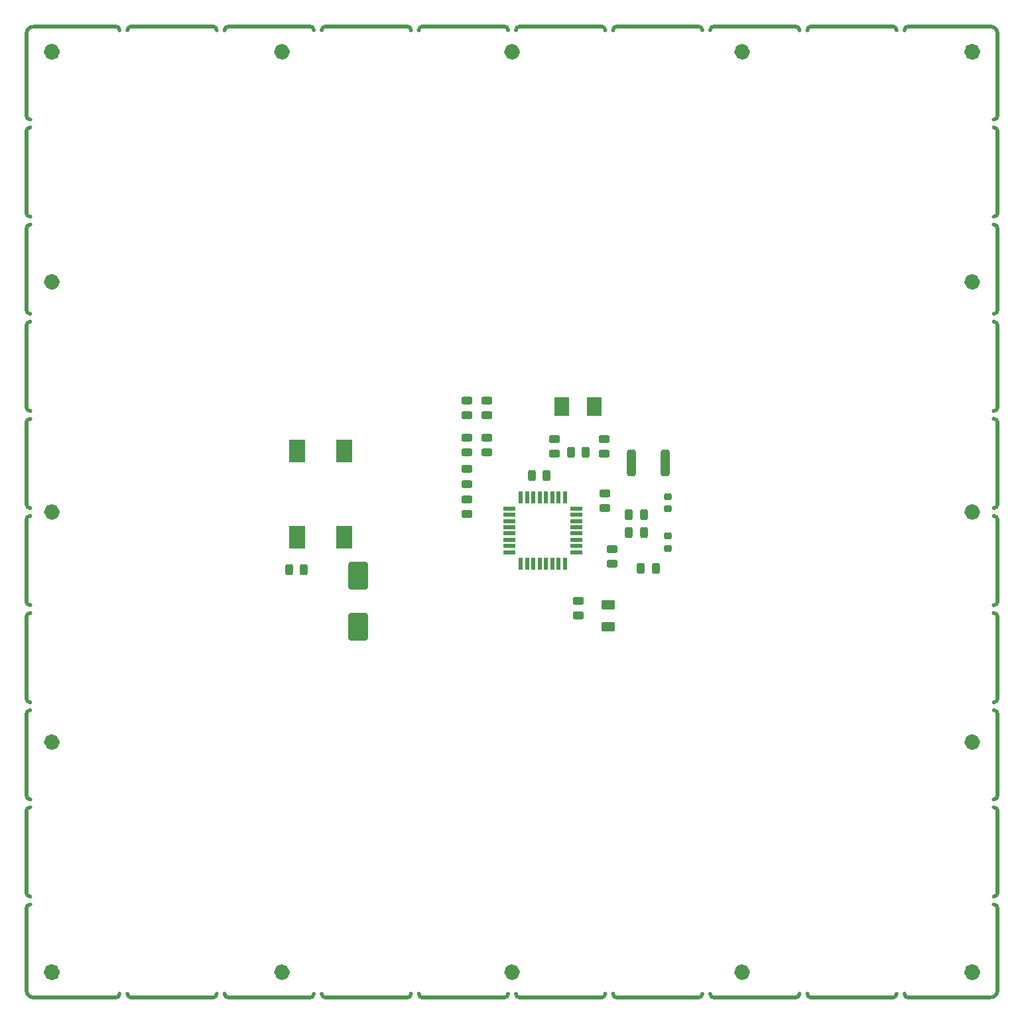
<source format=gtp>
G04 #@! TF.GenerationSoftware,KiCad,Pcbnew,6.0.11+dfsg-1~bpo11+1*
G04 #@! TF.CreationDate,2023-06-13T14:16:55+00:00*
G04 #@! TF.ProjectId,stencil,7374656e-6369-46c2-9e6b-696361645f70,${git_hash}*
G04 #@! TF.SameCoordinates,Original*
G04 #@! TF.FileFunction,Paste,Top*
G04 #@! TF.FilePolarity,Positive*
%FSLAX46Y46*%
G04 Gerber Fmt 4.6, Leading zero omitted, Abs format (unit mm)*
G04 Created by KiCad (PCBNEW 6.0.11+dfsg-1~bpo11+1) date 2023-06-13 14:16:55*
%MOMM*%
%LPD*%
G01*
G04 APERTURE LIST*
G04 Aperture macros list*
%AMRoundRect*
0 Rectangle with rounded corners*
0 $1 Rounding radius*
0 $2 $3 $4 $5 $6 $7 $8 $9 X,Y pos of 4 corners*
0 Add a 4 corners polygon primitive as box body*
4,1,4,$2,$3,$4,$5,$6,$7,$8,$9,$2,$3,0*
0 Add four circle primitives for the rounded corners*
1,1,$1+$1,$2,$3*
1,1,$1+$1,$4,$5*
1,1,$1+$1,$6,$7*
1,1,$1+$1,$8,$9*
0 Add four rect primitives between the rounded corners*
20,1,$1+$1,$2,$3,$4,$5,0*
20,1,$1+$1,$4,$5,$6,$7,0*
20,1,$1+$1,$6,$7,$8,$9,0*
20,1,$1+$1,$8,$9,$2,$3,0*%
G04 Aperture macros list end*
%ADD10C,1.000000*%
%ADD11C,0.500000*%
%ADD12C,1.050000*%
%ADD13RoundRect,0.250000X-1.000000X1.500000X-1.000000X-1.500000X1.000000X-1.500000X1.000000X1.500000X0*%
%ADD14RoundRect,0.243750X-0.243750X-0.456250X0.243750X-0.456250X0.243750X0.456250X-0.243750X0.456250X0*%
%ADD15RoundRect,0.243750X-0.456250X0.243750X-0.456250X-0.243750X0.456250X-0.243750X0.456250X0.243750X0*%
%ADD16RoundRect,0.243750X0.456250X-0.243750X0.456250X0.243750X-0.456250X0.243750X-0.456250X-0.243750X0*%
%ADD17RoundRect,0.250000X0.625000X-0.375000X0.625000X0.375000X-0.625000X0.375000X-0.625000X-0.375000X0*%
%ADD18RoundRect,0.250000X-0.312500X-1.450000X0.312500X-1.450000X0.312500X1.450000X-0.312500X1.450000X0*%
%ADD19RoundRect,0.243750X0.243750X0.456250X-0.243750X0.456250X-0.243750X-0.456250X0.243750X-0.456250X0*%
%ADD20R,2.000000X3.000000*%
%ADD21RoundRect,0.218750X-0.256250X0.218750X-0.256250X-0.218750X0.256250X-0.218750X0.256250X0.218750X0*%
%ADD22R,1.900000X2.400000*%
%ADD23R,0.550000X1.600000*%
%ADD24R,1.600000X0.550000*%
%ADD25RoundRect,0.218750X0.256250X-0.218750X0.256250X0.218750X-0.256250X0.218750X-0.256250X-0.218750X0*%
G04 APERTURE END LIST*
D10*
X180375000Y-142250000D02*
G75*
G03*
X180375000Y-142250000I-500000J0D01*
G01*
D11*
X88500000Y-134100000D02*
X88500000Y-144500000D01*
X88500000Y-107300000D02*
G75*
G03*
X89000000Y-107800000I500000J0D01*
G01*
X114300000Y-21500000D02*
G75*
G03*
X113800000Y-22000000I0J-500000D01*
G01*
X101900000Y-145500000D02*
X112300000Y-145500000D01*
X199600000Y-22000000D02*
G75*
G03*
X199100000Y-21500000I-500000J0D01*
G01*
X212500000Y-59700000D02*
X212500000Y-70100000D01*
X200600000Y-145000000D02*
G75*
G03*
X201100000Y-145500000I500000J0D01*
G01*
X88500000Y-82500000D02*
G75*
G03*
X89000000Y-83000000I500000J0D01*
G01*
D10*
X121625000Y-24750000D02*
G75*
G03*
X121625000Y-24750000I-500000J0D01*
G01*
D11*
X139100000Y-21500000D02*
G75*
G03*
X138600000Y-22000000I0J-500000D01*
G01*
D10*
X209750000Y-83500000D02*
G75*
G03*
X209750000Y-83500000I-500000J0D01*
G01*
X151000000Y-24750000D02*
G75*
G03*
X151000000Y-24750000I-500000J0D01*
G01*
D11*
X212000000Y-95400000D02*
G75*
G03*
X212500000Y-94900000I0J500000D01*
G01*
X212500000Y-134100000D02*
X212500000Y-144500000D01*
X187200000Y-22000000D02*
G75*
G03*
X186700000Y-21500000I-500000J0D01*
G01*
X88500000Y-22500000D02*
X88500000Y-32900000D01*
D10*
X209750000Y-54125000D02*
G75*
G03*
X209750000Y-54125000I-500000J0D01*
G01*
D11*
X88500000Y-72100000D02*
X88500000Y-82500000D01*
D12*
X92275000Y-24750000D02*
G75*
G03*
X92275000Y-24750000I-525000J0D01*
G01*
D11*
X88500000Y-94900000D02*
G75*
G03*
X89000000Y-95400000I500000J0D01*
G01*
X176300000Y-21500000D02*
G75*
G03*
X175800000Y-22000000I0J-500000D01*
G01*
X161900000Y-145500000D02*
G75*
G03*
X162400000Y-145000000I0J500000D01*
G01*
X88500000Y-32900000D02*
G75*
G03*
X89000000Y-33400000I500000J0D01*
G01*
X112800000Y-22000000D02*
G75*
G03*
X112300000Y-21500000I-500000J0D01*
G01*
X212500000Y-84500000D02*
G75*
G03*
X212000000Y-84000000I-500000J0D01*
G01*
X162400000Y-22000000D02*
G75*
G03*
X161900000Y-21500000I-500000J0D01*
G01*
X100400000Y-22000000D02*
G75*
G03*
X99900000Y-21500000I-500000J0D01*
G01*
D10*
X92250000Y-54125000D02*
G75*
G03*
X92250000Y-54125000I-500000J0D01*
G01*
D11*
X89500000Y-145500000D02*
X99900000Y-145500000D01*
X212500000Y-134100000D02*
G75*
G03*
X212000000Y-133600000I-500000J0D01*
G01*
X212500000Y-22500000D02*
X212500000Y-32900000D01*
X175800000Y-145000000D02*
G75*
G03*
X176300000Y-145500000I500000J0D01*
G01*
X126700000Y-145500000D02*
X137100000Y-145500000D01*
X88500000Y-144500000D02*
G75*
G03*
X89500000Y-145500000I1000000J0D01*
G01*
X89500000Y-21500000D02*
X99900000Y-21500000D01*
X163400000Y-145000000D02*
G75*
G03*
X163900000Y-145500000I500000J0D01*
G01*
X176300000Y-21500000D02*
X186700000Y-21500000D01*
X88500000Y-119700000D02*
G75*
G03*
X89000000Y-120200000I500000J0D01*
G01*
X89000000Y-46800000D02*
G75*
G03*
X88500000Y-47300000I0J-500000D01*
G01*
X188700000Y-145500000D02*
X199100000Y-145500000D01*
X101400000Y-145000000D02*
G75*
G03*
X101900000Y-145500000I500000J0D01*
G01*
X126700000Y-21500000D02*
G75*
G03*
X126200000Y-22000000I0J-500000D01*
G01*
X212000000Y-33400000D02*
G75*
G03*
X212500000Y-32900000I0J500000D01*
G01*
X89000000Y-71600000D02*
G75*
G03*
X88500000Y-72100000I0J-500000D01*
G01*
X212500000Y-96900000D02*
X212500000Y-107300000D01*
X199100000Y-145500000D02*
G75*
G03*
X199600000Y-145000000I0J500000D01*
G01*
X212000000Y-132600000D02*
G75*
G03*
X212500000Y-132100000I0J500000D01*
G01*
X88500000Y-96900000D02*
X88500000Y-107300000D01*
X188700000Y-21500000D02*
X199100000Y-21500000D01*
X212000000Y-58200000D02*
G75*
G03*
X212500000Y-57700000I0J500000D01*
G01*
X151500000Y-145500000D02*
X161900000Y-145500000D01*
X201100000Y-21500000D02*
G75*
G03*
X200600000Y-22000000I0J-500000D01*
G01*
X137100000Y-145500000D02*
G75*
G03*
X137600000Y-145000000I0J500000D01*
G01*
X88500000Y-34900000D02*
X88500000Y-45300000D01*
X137600000Y-22000000D02*
G75*
G03*
X137100000Y-21500000I-500000J0D01*
G01*
X163900000Y-21500000D02*
X174300000Y-21500000D01*
X89000000Y-121200000D02*
G75*
G03*
X88500000Y-121700000I0J-500000D01*
G01*
X212500000Y-72100000D02*
G75*
G03*
X212000000Y-71600000I-500000J0D01*
G01*
X138600000Y-145000000D02*
G75*
G03*
X139100000Y-145500000I500000J0D01*
G01*
X188700000Y-21500000D02*
G75*
G03*
X188200000Y-22000000I0J-500000D01*
G01*
X174300000Y-145500000D02*
G75*
G03*
X174800000Y-145000000I0J500000D01*
G01*
X212000000Y-120200000D02*
G75*
G03*
X212500000Y-119700000I0J500000D01*
G01*
X212500000Y-109300000D02*
X212500000Y-119700000D01*
X89000000Y-108800000D02*
G75*
G03*
X88500000Y-109300000I0J-500000D01*
G01*
X101900000Y-21500000D02*
G75*
G03*
X101400000Y-22000000I0J-500000D01*
G01*
X212500000Y-47300000D02*
G75*
G03*
X212000000Y-46800000I-500000J0D01*
G01*
X139100000Y-21500000D02*
X149500000Y-21500000D01*
D12*
X209775000Y-24750000D02*
G75*
G03*
X209775000Y-24750000I-525000J0D01*
G01*
D11*
X151500000Y-21500000D02*
X161900000Y-21500000D01*
X188200000Y-145000000D02*
G75*
G03*
X188700000Y-145500000I500000J0D01*
G01*
X88500000Y-70100000D02*
G75*
G03*
X89000000Y-70600000I500000J0D01*
G01*
X88500000Y-132100000D02*
G75*
G03*
X89000000Y-132600000I500000J0D01*
G01*
X89000000Y-84000000D02*
G75*
G03*
X88500000Y-84500000I0J-500000D01*
G01*
D10*
X151000000Y-142250000D02*
G75*
G03*
X151000000Y-142250000I-500000J0D01*
G01*
D11*
X124700000Y-145500000D02*
G75*
G03*
X125200000Y-145000000I0J500000D01*
G01*
X212500000Y-34900000D02*
G75*
G03*
X212000000Y-34400000I-500000J0D01*
G01*
X151500000Y-21500000D02*
G75*
G03*
X151000000Y-22000000I0J-500000D01*
G01*
X114300000Y-21500000D02*
X124700000Y-21500000D01*
X88500000Y-59700000D02*
X88500000Y-70100000D01*
X139100000Y-145500000D02*
X149500000Y-145500000D01*
X89000000Y-34400000D02*
G75*
G03*
X88500000Y-34900000I0J-500000D01*
G01*
D10*
X121625000Y-142250000D02*
G75*
G03*
X121625000Y-142250000I-500000J0D01*
G01*
D12*
X92275000Y-142250000D02*
G75*
G03*
X92275000Y-142250000I-525000J0D01*
G01*
D10*
X92250000Y-112875000D02*
G75*
G03*
X92250000Y-112875000I-500000J0D01*
G01*
D11*
X89000000Y-96400000D02*
G75*
G03*
X88500000Y-96900000I0J-500000D01*
G01*
X212500000Y-84500000D02*
X212500000Y-94900000D01*
X212000000Y-83000000D02*
G75*
G03*
X212500000Y-82500000I0J500000D01*
G01*
X126700000Y-21500000D02*
X137100000Y-21500000D01*
X89000000Y-133600000D02*
G75*
G03*
X88500000Y-134100000I0J-500000D01*
G01*
X174800000Y-22000000D02*
G75*
G03*
X174300000Y-21500000I-500000J0D01*
G01*
X201100000Y-145500000D02*
X211500000Y-145500000D01*
X113800000Y-145000000D02*
G75*
G03*
X114300000Y-145500000I500000J0D01*
G01*
X88500000Y-45300000D02*
G75*
G03*
X89000000Y-45800000I500000J0D01*
G01*
X89500000Y-21500000D02*
G75*
G03*
X88500000Y-22500000I0J-1000000D01*
G01*
X186700000Y-145500000D02*
G75*
G03*
X187200000Y-145000000I0J500000D01*
G01*
X89000000Y-59200000D02*
G75*
G03*
X88500000Y-59700000I0J-500000D01*
G01*
D10*
X180375000Y-24750000D02*
G75*
G03*
X180375000Y-24750000I-500000J0D01*
G01*
D11*
X176300000Y-145500000D02*
X186700000Y-145500000D01*
X212500000Y-22500000D02*
G75*
G03*
X211500000Y-21500000I-1000000J0D01*
G01*
X212500000Y-109300000D02*
G75*
G03*
X212000000Y-108800000I-500000J0D01*
G01*
X211500000Y-145500000D02*
G75*
G03*
X212500000Y-144500000I0J1000000D01*
G01*
X88500000Y-84500000D02*
X88500000Y-94900000D01*
X114300000Y-145500000D02*
X124700000Y-145500000D01*
X201100000Y-21500000D02*
X211500000Y-21500000D01*
X88500000Y-109300000D02*
X88500000Y-119700000D01*
X151000000Y-145000000D02*
G75*
G03*
X151500000Y-145500000I500000J0D01*
G01*
X163900000Y-145500000D02*
X174300000Y-145500000D01*
X88500000Y-121700000D02*
X88500000Y-132100000D01*
X99900000Y-145500000D02*
G75*
G03*
X100400000Y-145000000I0J500000D01*
G01*
X212500000Y-72100000D02*
X212500000Y-82500000D01*
X212000000Y-70600000D02*
G75*
G03*
X212500000Y-70100000I0J500000D01*
G01*
X150000000Y-22000000D02*
G75*
G03*
X149500000Y-21500000I-500000J0D01*
G01*
X112300000Y-145500000D02*
G75*
G03*
X112800000Y-145000000I0J500000D01*
G01*
X163900000Y-21500000D02*
G75*
G03*
X163400000Y-22000000I0J-500000D01*
G01*
D12*
X209775000Y-142250000D02*
G75*
G03*
X209775000Y-142250000I-525000J0D01*
G01*
D11*
X88500000Y-47300000D02*
X88500000Y-57700000D01*
X88500000Y-57700000D02*
G75*
G03*
X89000000Y-58200000I500000J0D01*
G01*
X149500000Y-145500000D02*
G75*
G03*
X150000000Y-145000000I0J500000D01*
G01*
X212500000Y-121700000D02*
G75*
G03*
X212000000Y-121200000I-500000J0D01*
G01*
X212500000Y-59700000D02*
G75*
G03*
X212000000Y-59200000I-500000J0D01*
G01*
X212500000Y-96900000D02*
G75*
G03*
X212000000Y-96400000I-500000J0D01*
G01*
X125200000Y-22000000D02*
G75*
G03*
X124700000Y-21500000I-500000J0D01*
G01*
D10*
X209750000Y-112875000D02*
G75*
G03*
X209750000Y-112875000I-500000J0D01*
G01*
X92250000Y-83500000D02*
G75*
G03*
X92250000Y-83500000I-500000J0D01*
G01*
D11*
X126200000Y-145000000D02*
G75*
G03*
X126700000Y-145500000I500000J0D01*
G01*
X212000000Y-107800000D02*
G75*
G03*
X212500000Y-107300000I0J500000D01*
G01*
X101900000Y-21500000D02*
X112300000Y-21500000D01*
X212500000Y-121700000D02*
X212500000Y-132100000D01*
X212000000Y-45800000D02*
G75*
G03*
X212500000Y-45300000I0J500000D01*
G01*
X212500000Y-47300000D02*
X212500000Y-57700000D01*
X212500000Y-34900000D02*
X212500000Y-45300000D01*
D13*
G04 #@! TO.C,C1*
X130835400Y-91644400D03*
X130835400Y-98144400D03*
G04 #@! TD*
D14*
G04 #@! TO.C,C2*
X122062500Y-90900000D03*
X123937500Y-90900000D03*
G04 #@! TD*
D15*
G04 #@! TO.C,C3*
X162260000Y-74178500D03*
X162260000Y-76053500D03*
G04 #@! TD*
G04 #@! TO.C,C4*
X155910000Y-74178500D03*
X155910000Y-76053500D03*
G04 #@! TD*
G04 #@! TO.C,C5*
X163322000Y-88216500D03*
X163322000Y-90091500D03*
G04 #@! TD*
D14*
G04 #@! TO.C,C7*
X153037300Y-78867000D03*
X154912300Y-78867000D03*
G04 #@! TD*
D16*
G04 #@! TO.C,C8*
X144754600Y-79906100D03*
X144754600Y-78031100D03*
G04 #@! TD*
D17*
G04 #@! TO.C,D1*
X162814000Y-98174000D03*
X162814000Y-95374000D03*
G04 #@! TD*
D16*
G04 #@! TO.C,D2*
X147320000Y-75887500D03*
X147320000Y-74012500D03*
G04 #@! TD*
G04 #@! TO.C,D3*
X144780000Y-75887500D03*
X144780000Y-74012500D03*
G04 #@! TD*
D18*
G04 #@! TO.C,F1*
X165756500Y-77216000D03*
X170031500Y-77216000D03*
G04 #@! TD*
D19*
G04 #@! TO.C,FB1*
X168831500Y-90678000D03*
X166956500Y-90678000D03*
G04 #@! TD*
D20*
G04 #@! TO.C,J1*
X123100000Y-75700000D03*
X129100000Y-75700000D03*
X129100000Y-86700000D03*
X123100000Y-86700000D03*
G04 #@! TD*
D14*
G04 #@! TO.C,R1*
X165432500Y-86106000D03*
X167307500Y-86106000D03*
G04 #@! TD*
G04 #@! TO.C,R2*
X165432500Y-83820000D03*
X167307500Y-83820000D03*
G04 #@! TD*
D19*
G04 #@! TO.C,R3*
X159895500Y-75878000D03*
X158020500Y-75878000D03*
G04 #@! TD*
D16*
G04 #@! TO.C,R4*
X159004000Y-96695500D03*
X159004000Y-94820500D03*
G04 #@! TD*
D15*
G04 #@! TO.C,R5*
X144754600Y-81866500D03*
X144754600Y-83741500D03*
G04 #@! TD*
G04 #@! TO.C,R6*
X147320000Y-69237300D03*
X147320000Y-71112300D03*
G04 #@! TD*
G04 #@! TO.C,R7*
X144780000Y-69237300D03*
X144780000Y-71112300D03*
G04 #@! TD*
D21*
G04 #@! TO.C,VR1*
X170434000Y-86563000D03*
X170434000Y-88138000D03*
G04 #@! TD*
D22*
G04 #@! TO.C,Y1*
X160977800Y-70027800D03*
X156877800Y-70027800D03*
G04 #@! TD*
D23*
G04 #@! TO.C,U1*
X157232000Y-81602000D03*
X156432000Y-81602000D03*
X155632000Y-81602000D03*
X154832000Y-81602000D03*
X154032000Y-81602000D03*
X153232000Y-81602000D03*
X152432000Y-81602000D03*
X151632000Y-81602000D03*
D24*
X150182000Y-83052000D03*
X150182000Y-83852000D03*
X150182000Y-84652000D03*
X150182000Y-85452000D03*
X150182000Y-86252000D03*
X150182000Y-87052000D03*
X150182000Y-87852000D03*
X150182000Y-88652000D03*
D23*
X151632000Y-90102000D03*
X152432000Y-90102000D03*
X153232000Y-90102000D03*
X154032000Y-90102000D03*
X154832000Y-90102000D03*
X155632000Y-90102000D03*
X156432000Y-90102000D03*
X157232000Y-90102000D03*
D24*
X158682000Y-88652000D03*
X158682000Y-87852000D03*
X158682000Y-87052000D03*
X158682000Y-86252000D03*
X158682000Y-85452000D03*
X158682000Y-84652000D03*
X158682000Y-83852000D03*
X158682000Y-83052000D03*
G04 #@! TD*
D25*
G04 #@! TO.C,VR2*
X170434000Y-83108900D03*
X170434000Y-81533900D03*
G04 #@! TD*
D16*
G04 #@! TO.C,C6*
X162382200Y-83004900D03*
X162382200Y-81129900D03*
G04 #@! TD*
M02*

</source>
